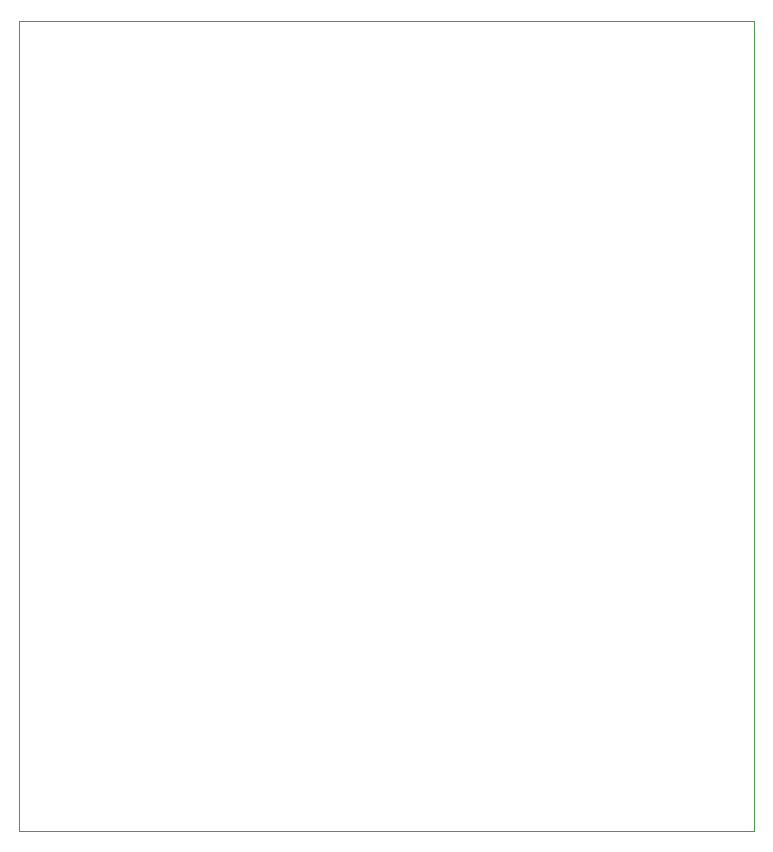
<source format=gbr>
%TF.GenerationSoftware,KiCad,Pcbnew,7.0.5*%
%TF.CreationDate,2023-12-14T14:21:54+09:00*%
%TF.ProjectId,analog_sw2,616e616c-6f67-45f7-9377-322e6b696361,rev?*%
%TF.SameCoordinates,Original*%
%TF.FileFunction,Profile,NP*%
%FSLAX46Y46*%
G04 Gerber Fmt 4.6, Leading zero omitted, Abs format (unit mm)*
G04 Created by KiCad (PCBNEW 7.0.5) date 2023-12-14 14:21:54*
%MOMM*%
%LPD*%
G01*
G04 APERTURE LIST*
%TA.AperFunction,Profile*%
%ADD10C,0.100000*%
%TD*%
G04 APERTURE END LIST*
D10*
X135255000Y-58420000D02*
X197485000Y-58420000D01*
X197485000Y-127000000D01*
X135255000Y-127000000D01*
X135255000Y-58420000D01*
M02*

</source>
